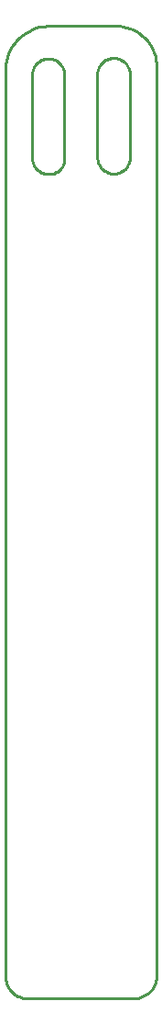
<source format=gbr>
G04 EAGLE Gerber RS-274X export*
G75*
%MOMM*%
%FSLAX34Y34*%
%LPD*%
%IN*%
%IPPOS*%
%AMOC8*
5,1,8,0,0,1.08239X$1,22.5*%
G01*
%ADD10C,0.254000*%


D10*
X0Y20000D02*
X76Y18257D01*
X304Y16527D01*
X681Y14824D01*
X1206Y13160D01*
X1874Y11548D01*
X2680Y10000D01*
X3617Y8528D01*
X4679Y7144D01*
X5858Y5858D01*
X7144Y4679D01*
X8528Y3617D01*
X10000Y2680D01*
X11548Y1874D01*
X13160Y1206D01*
X14824Y681D01*
X16527Y304D01*
X18257Y76D01*
X20000Y0D01*
X117500Y0D01*
X119336Y-51D01*
X121169Y59D01*
X122986Y327D01*
X124773Y753D01*
X126516Y1334D01*
X128201Y2063D01*
X129816Y2937D01*
X131349Y3949D01*
X132789Y5090D01*
X134123Y6352D01*
X135342Y7726D01*
X136437Y9201D01*
X137399Y10766D01*
X138221Y12408D01*
X138896Y14116D01*
X139421Y15876D01*
X139789Y17675D01*
X140000Y19500D01*
X140000Y858000D01*
X139857Y861268D01*
X139430Y864512D01*
X138722Y867706D01*
X137738Y870826D01*
X136487Y873848D01*
X134976Y876750D01*
X133218Y879509D01*
X131227Y882105D01*
X129017Y884517D01*
X126605Y886727D01*
X124009Y888718D01*
X121250Y890476D01*
X118348Y891987D01*
X115326Y893238D01*
X112206Y894222D01*
X109012Y894930D01*
X105768Y895357D01*
X102500Y895500D01*
X42500Y895500D01*
X38952Y895509D01*
X35417Y895208D01*
X31922Y894601D01*
X28492Y893691D01*
X25155Y892486D01*
X21936Y890995D01*
X18859Y889229D01*
X15948Y887201D01*
X13225Y884927D01*
X10710Y882425D01*
X8422Y879712D01*
X6380Y876811D01*
X4599Y873743D01*
X3091Y870532D01*
X1870Y867201D01*
X943Y863776D01*
X318Y860284D01*
X0Y856750D01*
X0Y20000D01*
X85200Y774500D02*
X85257Y773193D01*
X85428Y771895D01*
X85711Y770618D01*
X86105Y769370D01*
X86605Y768161D01*
X87210Y767000D01*
X87913Y765896D01*
X88709Y764858D01*
X89593Y763893D01*
X90558Y763009D01*
X91596Y762213D01*
X92700Y761510D01*
X93861Y760905D01*
X95070Y760405D01*
X96318Y760011D01*
X97595Y759728D01*
X98893Y759557D01*
X100200Y759500D01*
X101507Y759557D01*
X102805Y759728D01*
X104082Y760011D01*
X105330Y760405D01*
X106539Y760905D01*
X107700Y761510D01*
X108804Y762213D01*
X109842Y763009D01*
X110807Y763893D01*
X111691Y764858D01*
X112487Y765896D01*
X113190Y767000D01*
X113795Y768161D01*
X114295Y769370D01*
X114689Y770618D01*
X114972Y771895D01*
X115143Y773193D01*
X115200Y774500D01*
X115200Y850900D01*
X115143Y852207D01*
X114972Y853505D01*
X114689Y854782D01*
X114295Y856030D01*
X113795Y857239D01*
X113190Y858400D01*
X112487Y859504D01*
X111691Y860542D01*
X110807Y861507D01*
X109842Y862391D01*
X108804Y863187D01*
X107700Y863890D01*
X106539Y864495D01*
X105330Y864995D01*
X104082Y865389D01*
X102805Y865672D01*
X101507Y865843D01*
X100200Y865900D01*
X98934Y865888D01*
X97675Y865767D01*
X96430Y865535D01*
X95211Y865197D01*
X94025Y864753D01*
X92883Y864207D01*
X91793Y863565D01*
X90763Y862829D01*
X89801Y862007D01*
X88914Y861103D01*
X88109Y860126D01*
X87393Y859083D01*
X86770Y857981D01*
X86245Y856829D01*
X85824Y855636D01*
X85507Y854410D01*
X85299Y853162D01*
X85200Y851900D01*
X85200Y774500D01*
X24800Y774100D02*
X24857Y772793D01*
X25028Y771495D01*
X25311Y770218D01*
X25705Y768970D01*
X26205Y767761D01*
X26810Y766600D01*
X27513Y765496D01*
X28309Y764458D01*
X29193Y763493D01*
X30158Y762609D01*
X31196Y761813D01*
X32300Y761110D01*
X33461Y760505D01*
X34670Y760005D01*
X35918Y759611D01*
X37195Y759328D01*
X38493Y759157D01*
X39800Y759100D01*
X41066Y759112D01*
X42326Y759233D01*
X43570Y759465D01*
X44789Y759803D01*
X45975Y760247D01*
X47117Y760793D01*
X48207Y761436D01*
X49237Y762171D01*
X50200Y762993D01*
X51086Y763897D01*
X51891Y764874D01*
X52607Y765917D01*
X53230Y767019D01*
X53755Y768171D01*
X54177Y769364D01*
X54493Y770590D01*
X54701Y771838D01*
X54800Y773100D01*
X54800Y850500D01*
X54743Y851807D01*
X54572Y853105D01*
X54289Y854382D01*
X53895Y855630D01*
X53395Y856839D01*
X52790Y858000D01*
X52087Y859104D01*
X51291Y860142D01*
X50407Y861107D01*
X49442Y861991D01*
X48404Y862787D01*
X47300Y863490D01*
X46139Y864095D01*
X44930Y864595D01*
X43682Y864989D01*
X42405Y865272D01*
X41107Y865443D01*
X39800Y865500D01*
X38493Y865443D01*
X37195Y865272D01*
X35918Y864989D01*
X34670Y864595D01*
X33461Y864095D01*
X32300Y863490D01*
X31196Y862787D01*
X30158Y861991D01*
X29193Y861107D01*
X28309Y860142D01*
X27513Y859104D01*
X26810Y858000D01*
X26205Y856839D01*
X25705Y855630D01*
X25311Y854382D01*
X25028Y853105D01*
X24857Y851807D01*
X24800Y850500D01*
X24800Y774100D01*
M02*

</source>
